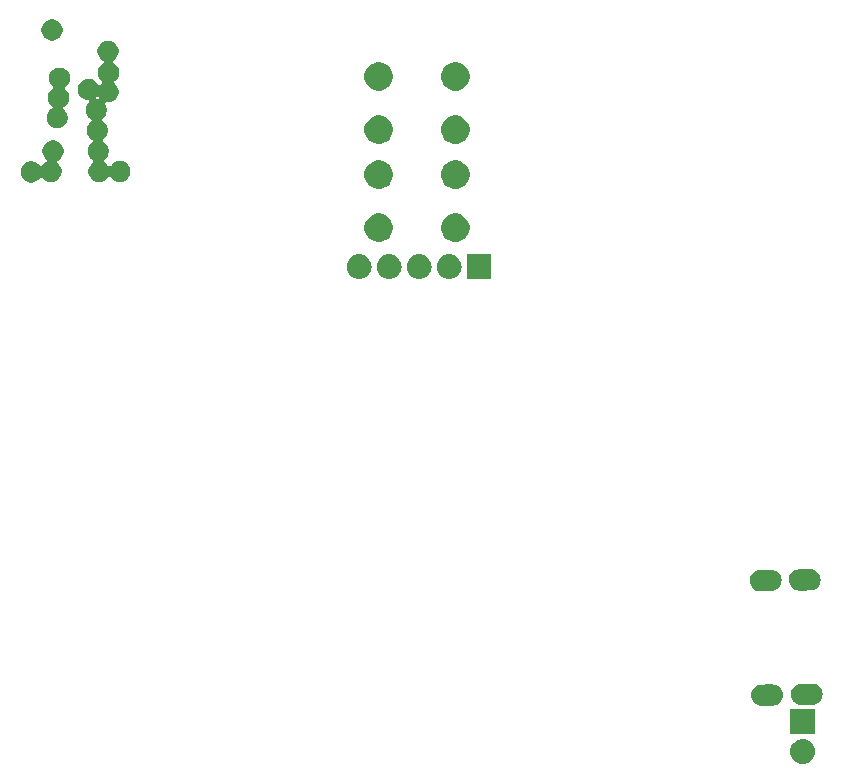
<source format=gbs>
G04 #@! TF.GenerationSoftware,KiCad,Pcbnew,5.0.1+dfsg1-3*
G04 #@! TF.CreationDate,2018-12-09T22:02:06+08:00*
G04 #@! TF.ProjectId,magicbrush,6D6167696362727573682E6B69636164,rev?*
G04 #@! TF.SameCoordinates,Original*
G04 #@! TF.FileFunction,Soldermask,Bot*
G04 #@! TF.FilePolarity,Negative*
%FSLAX46Y46*%
G04 Gerber Fmt 4.6, Leading zero omitted, Abs format (unit mm)*
G04 Created by KiCad (PCBNEW 5.0.1+dfsg1-3) date Sun 09 Dec 2018 10:02:06 PM CST*
%MOMM*%
%LPD*%
G01*
G04 APERTURE LIST*
%ADD10C,0.100000*%
G04 APERTURE END LIST*
D10*
G36*
X175628707Y-126697596D02*
X175705836Y-126705193D01*
X175837787Y-126745220D01*
X175903763Y-126765233D01*
X176086172Y-126862733D01*
X176246054Y-126993946D01*
X176377267Y-127153828D01*
X176474767Y-127336237D01*
X176474767Y-127336238D01*
X176534807Y-127534164D01*
X176555080Y-127740000D01*
X176534807Y-127945836D01*
X176494780Y-128077787D01*
X176474767Y-128143763D01*
X176377267Y-128326172D01*
X176246054Y-128486054D01*
X176086172Y-128617267D01*
X175903763Y-128714767D01*
X175837787Y-128734780D01*
X175705836Y-128774807D01*
X175628707Y-128782403D01*
X175551580Y-128790000D01*
X175448420Y-128790000D01*
X175371293Y-128782403D01*
X175294164Y-128774807D01*
X175162213Y-128734780D01*
X175096237Y-128714767D01*
X174913828Y-128617267D01*
X174753946Y-128486054D01*
X174622733Y-128326172D01*
X174525233Y-128143763D01*
X174505220Y-128077787D01*
X174465193Y-127945836D01*
X174444920Y-127740000D01*
X174465193Y-127534164D01*
X174525233Y-127336238D01*
X174525233Y-127336237D01*
X174622733Y-127153828D01*
X174753946Y-126993946D01*
X174913828Y-126862733D01*
X175096237Y-126765233D01*
X175162213Y-126745220D01*
X175294164Y-126705193D01*
X175371293Y-126697596D01*
X175448420Y-126690000D01*
X175551580Y-126690000D01*
X175628707Y-126697596D01*
X175628707Y-126697596D01*
G37*
G36*
X176550000Y-126250000D02*
X174450000Y-126250000D01*
X174450000Y-124150000D01*
X176550000Y-124150000D01*
X176550000Y-126250000D01*
X176550000Y-126250000D01*
G37*
G36*
X173095739Y-122079409D02*
X173158400Y-122097229D01*
X173266264Y-122127904D01*
X173266265Y-122127904D01*
X173266267Y-122127905D01*
X173424052Y-122208734D01*
X173563034Y-122318792D01*
X173677879Y-122453852D01*
X173764164Y-122608718D01*
X173818583Y-122777450D01*
X173839035Y-122953545D01*
X173824741Y-123130251D01*
X173776245Y-123300780D01*
X173695416Y-123458564D01*
X173585358Y-123597546D01*
X173450298Y-123712391D01*
X173295432Y-123798676D01*
X173126700Y-123853095D01*
X172994734Y-123868422D01*
X172365833Y-123879400D01*
X172006465Y-123885673D01*
X172006461Y-123885673D01*
X171874037Y-123874961D01*
X171703508Y-123826465D01*
X171545724Y-123745636D01*
X171406742Y-123635578D01*
X171291897Y-123500518D01*
X171205612Y-123345652D01*
X171151193Y-123176920D01*
X171130741Y-123000825D01*
X171145035Y-122824119D01*
X171193531Y-122653590D01*
X171274360Y-122495806D01*
X171384418Y-122356824D01*
X171519478Y-122241979D01*
X171674344Y-122155694D01*
X171843077Y-122101275D01*
X171975041Y-122085948D01*
X172633890Y-122074447D01*
X172963311Y-122068697D01*
X172963315Y-122068697D01*
X173095739Y-122079409D01*
X173095739Y-122079409D01*
G37*
G36*
X176445229Y-122020944D02*
X176468222Y-122027483D01*
X176615754Y-122069439D01*
X176615755Y-122069439D01*
X176615757Y-122069440D01*
X176773542Y-122150269D01*
X176912524Y-122260327D01*
X177027369Y-122395387D01*
X177113654Y-122550253D01*
X177168073Y-122718985D01*
X177188525Y-122895080D01*
X177174231Y-123071786D01*
X177125735Y-123242315D01*
X177044906Y-123400099D01*
X176934848Y-123539081D01*
X176799788Y-123653926D01*
X176644922Y-123740211D01*
X176476190Y-123794630D01*
X176344224Y-123809957D01*
X175715323Y-123820935D01*
X175355955Y-123827208D01*
X175355951Y-123827208D01*
X175223527Y-123816496D01*
X175052998Y-123768000D01*
X174895214Y-123687171D01*
X174756232Y-123577113D01*
X174641387Y-123442053D01*
X174555102Y-123287187D01*
X174500683Y-123118455D01*
X174480231Y-122942360D01*
X174494525Y-122765654D01*
X174543021Y-122595125D01*
X174623850Y-122437341D01*
X174733908Y-122298359D01*
X174868968Y-122183514D01*
X175023834Y-122097229D01*
X175192567Y-122042810D01*
X175324531Y-122027483D01*
X175983380Y-122015982D01*
X176312801Y-122010232D01*
X176312805Y-122010232D01*
X176445229Y-122020944D01*
X176445229Y-122020944D01*
G37*
G36*
X172976443Y-112380014D02*
X172999436Y-112386553D01*
X173146968Y-112428509D01*
X173146969Y-112428509D01*
X173146971Y-112428510D01*
X173304756Y-112509339D01*
X173443738Y-112619397D01*
X173558583Y-112754457D01*
X173644868Y-112909323D01*
X173699287Y-113078055D01*
X173719739Y-113254150D01*
X173705445Y-113430856D01*
X173656949Y-113601385D01*
X173576120Y-113759169D01*
X173466062Y-113898151D01*
X173331002Y-114012996D01*
X173176136Y-114099281D01*
X173007404Y-114153700D01*
X172875438Y-114169027D01*
X172246537Y-114180005D01*
X171887169Y-114186278D01*
X171887165Y-114186278D01*
X171754741Y-114175566D01*
X171584212Y-114127070D01*
X171426428Y-114046241D01*
X171287446Y-113936183D01*
X171172601Y-113801123D01*
X171086316Y-113646257D01*
X171031897Y-113477525D01*
X171011445Y-113301430D01*
X171025739Y-113124724D01*
X171074235Y-112954195D01*
X171155064Y-112796411D01*
X171265122Y-112657429D01*
X171400182Y-112542584D01*
X171555048Y-112456299D01*
X171723781Y-112401880D01*
X171855745Y-112386553D01*
X172514594Y-112375052D01*
X172844015Y-112369302D01*
X172844019Y-112369302D01*
X172976443Y-112380014D01*
X172976443Y-112380014D01*
G37*
G36*
X176275940Y-112322421D02*
X176298933Y-112328960D01*
X176446465Y-112370916D01*
X176446466Y-112370916D01*
X176446468Y-112370917D01*
X176604253Y-112451746D01*
X176743235Y-112561804D01*
X176858080Y-112696864D01*
X176944365Y-112851730D01*
X176998784Y-113020462D01*
X177019236Y-113196557D01*
X177004942Y-113373263D01*
X176956446Y-113543792D01*
X176875617Y-113701576D01*
X176765559Y-113840558D01*
X176630499Y-113955403D01*
X176475633Y-114041688D01*
X176306901Y-114096107D01*
X176174935Y-114111434D01*
X175546034Y-114122412D01*
X175186666Y-114128685D01*
X175186662Y-114128685D01*
X175054238Y-114117973D01*
X174883709Y-114069477D01*
X174725925Y-113988648D01*
X174586943Y-113878590D01*
X174472098Y-113743530D01*
X174385813Y-113588664D01*
X174331394Y-113419932D01*
X174310942Y-113243837D01*
X174325236Y-113067131D01*
X174373732Y-112896602D01*
X174454561Y-112738818D01*
X174564619Y-112599836D01*
X174699679Y-112484991D01*
X174854545Y-112398706D01*
X175023278Y-112344287D01*
X175155242Y-112328960D01*
X175814091Y-112317459D01*
X176143512Y-112311709D01*
X176143516Y-112311709D01*
X176275940Y-112322421D01*
X176275940Y-112322421D01*
G37*
G36*
X138068707Y-85657597D02*
X138145836Y-85665193D01*
X138277787Y-85705220D01*
X138343763Y-85725233D01*
X138526172Y-85822733D01*
X138686054Y-85953946D01*
X138817267Y-86113828D01*
X138914767Y-86296237D01*
X138914767Y-86296238D01*
X138974807Y-86494164D01*
X138995080Y-86700000D01*
X138974807Y-86905836D01*
X138934780Y-87037787D01*
X138914767Y-87103763D01*
X138817267Y-87286172D01*
X138686054Y-87446054D01*
X138526172Y-87577267D01*
X138343763Y-87674767D01*
X138277787Y-87694780D01*
X138145836Y-87734807D01*
X138068707Y-87742404D01*
X137991580Y-87750000D01*
X137888420Y-87750000D01*
X137811293Y-87742404D01*
X137734164Y-87734807D01*
X137602213Y-87694780D01*
X137536237Y-87674767D01*
X137353828Y-87577267D01*
X137193946Y-87446054D01*
X137062733Y-87286172D01*
X136965233Y-87103763D01*
X136945220Y-87037787D01*
X136905193Y-86905836D01*
X136884920Y-86700000D01*
X136905193Y-86494164D01*
X136965233Y-86296238D01*
X136965233Y-86296237D01*
X137062733Y-86113828D01*
X137193946Y-85953946D01*
X137353828Y-85822733D01*
X137536237Y-85725233D01*
X137602213Y-85705220D01*
X137734164Y-85665193D01*
X137811293Y-85657597D01*
X137888420Y-85650000D01*
X137991580Y-85650000D01*
X138068707Y-85657597D01*
X138068707Y-85657597D01*
G37*
G36*
X149150000Y-87750000D02*
X147050000Y-87750000D01*
X147050000Y-85650000D01*
X149150000Y-85650000D01*
X149150000Y-87750000D01*
X149150000Y-87750000D01*
G37*
G36*
X145688707Y-85657597D02*
X145765836Y-85665193D01*
X145897787Y-85705220D01*
X145963763Y-85725233D01*
X146146172Y-85822733D01*
X146306054Y-85953946D01*
X146437267Y-86113828D01*
X146534767Y-86296237D01*
X146534767Y-86296238D01*
X146594807Y-86494164D01*
X146615080Y-86700000D01*
X146594807Y-86905836D01*
X146554780Y-87037787D01*
X146534767Y-87103763D01*
X146437267Y-87286172D01*
X146306054Y-87446054D01*
X146146172Y-87577267D01*
X145963763Y-87674767D01*
X145897787Y-87694780D01*
X145765836Y-87734807D01*
X145688707Y-87742404D01*
X145611580Y-87750000D01*
X145508420Y-87750000D01*
X145431293Y-87742404D01*
X145354164Y-87734807D01*
X145222213Y-87694780D01*
X145156237Y-87674767D01*
X144973828Y-87577267D01*
X144813946Y-87446054D01*
X144682733Y-87286172D01*
X144585233Y-87103763D01*
X144565220Y-87037787D01*
X144525193Y-86905836D01*
X144504920Y-86700000D01*
X144525193Y-86494164D01*
X144585233Y-86296238D01*
X144585233Y-86296237D01*
X144682733Y-86113828D01*
X144813946Y-85953946D01*
X144973828Y-85822733D01*
X145156237Y-85725233D01*
X145222213Y-85705220D01*
X145354164Y-85665193D01*
X145431293Y-85657597D01*
X145508420Y-85650000D01*
X145611580Y-85650000D01*
X145688707Y-85657597D01*
X145688707Y-85657597D01*
G37*
G36*
X140608707Y-85657597D02*
X140685836Y-85665193D01*
X140817787Y-85705220D01*
X140883763Y-85725233D01*
X141066172Y-85822733D01*
X141226054Y-85953946D01*
X141357267Y-86113828D01*
X141454767Y-86296237D01*
X141454767Y-86296238D01*
X141514807Y-86494164D01*
X141535080Y-86700000D01*
X141514807Y-86905836D01*
X141474780Y-87037787D01*
X141454767Y-87103763D01*
X141357267Y-87286172D01*
X141226054Y-87446054D01*
X141066172Y-87577267D01*
X140883763Y-87674767D01*
X140817787Y-87694780D01*
X140685836Y-87734807D01*
X140608707Y-87742404D01*
X140531580Y-87750000D01*
X140428420Y-87750000D01*
X140351293Y-87742404D01*
X140274164Y-87734807D01*
X140142213Y-87694780D01*
X140076237Y-87674767D01*
X139893828Y-87577267D01*
X139733946Y-87446054D01*
X139602733Y-87286172D01*
X139505233Y-87103763D01*
X139485220Y-87037787D01*
X139445193Y-86905836D01*
X139424920Y-86700000D01*
X139445193Y-86494164D01*
X139505233Y-86296238D01*
X139505233Y-86296237D01*
X139602733Y-86113828D01*
X139733946Y-85953946D01*
X139893828Y-85822733D01*
X140076237Y-85725233D01*
X140142213Y-85705220D01*
X140274164Y-85665193D01*
X140351293Y-85657597D01*
X140428420Y-85650000D01*
X140531580Y-85650000D01*
X140608707Y-85657597D01*
X140608707Y-85657597D01*
G37*
G36*
X143148707Y-85657597D02*
X143225836Y-85665193D01*
X143357787Y-85705220D01*
X143423763Y-85725233D01*
X143606172Y-85822733D01*
X143766054Y-85953946D01*
X143897267Y-86113828D01*
X143994767Y-86296237D01*
X143994767Y-86296238D01*
X144054807Y-86494164D01*
X144075080Y-86700000D01*
X144054807Y-86905836D01*
X144014780Y-87037787D01*
X143994767Y-87103763D01*
X143897267Y-87286172D01*
X143766054Y-87446054D01*
X143606172Y-87577267D01*
X143423763Y-87674767D01*
X143357787Y-87694780D01*
X143225836Y-87734807D01*
X143148707Y-87742404D01*
X143071580Y-87750000D01*
X142968420Y-87750000D01*
X142891293Y-87742404D01*
X142814164Y-87734807D01*
X142682213Y-87694780D01*
X142616237Y-87674767D01*
X142433828Y-87577267D01*
X142273946Y-87446054D01*
X142142733Y-87286172D01*
X142045233Y-87103763D01*
X142025220Y-87037787D01*
X141985193Y-86905836D01*
X141964920Y-86700000D01*
X141985193Y-86494164D01*
X142045233Y-86296238D01*
X142045233Y-86296237D01*
X142142733Y-86113828D01*
X142273946Y-85953946D01*
X142433828Y-85822733D01*
X142616237Y-85725233D01*
X142682213Y-85705220D01*
X142814164Y-85665193D01*
X142891293Y-85657597D01*
X142968420Y-85650000D01*
X143071580Y-85650000D01*
X143148707Y-85657597D01*
X143148707Y-85657597D01*
G37*
G36*
X146450026Y-82246115D02*
X146668412Y-82336573D01*
X146864958Y-82467901D01*
X147032099Y-82635042D01*
X147163427Y-82831588D01*
X147253885Y-83049974D01*
X147300000Y-83281809D01*
X147300000Y-83518191D01*
X147253885Y-83750026D01*
X147163427Y-83968412D01*
X147032099Y-84164958D01*
X146864958Y-84332099D01*
X146668412Y-84463427D01*
X146450026Y-84553885D01*
X146218191Y-84600000D01*
X145981809Y-84600000D01*
X145749974Y-84553885D01*
X145531588Y-84463427D01*
X145335042Y-84332099D01*
X145167901Y-84164958D01*
X145036573Y-83968412D01*
X144946115Y-83750026D01*
X144900000Y-83518191D01*
X144900000Y-83281809D01*
X144946115Y-83049974D01*
X145036573Y-82831588D01*
X145167901Y-82635042D01*
X145335042Y-82467901D01*
X145531588Y-82336573D01*
X145749974Y-82246115D01*
X145981809Y-82200000D01*
X146218191Y-82200000D01*
X146450026Y-82246115D01*
X146450026Y-82246115D01*
G37*
G36*
X139950026Y-82246115D02*
X140168412Y-82336573D01*
X140364958Y-82467901D01*
X140532099Y-82635042D01*
X140663427Y-82831588D01*
X140753885Y-83049974D01*
X140800000Y-83281809D01*
X140800000Y-83518191D01*
X140753885Y-83750026D01*
X140663427Y-83968412D01*
X140532099Y-84164958D01*
X140364958Y-84332099D01*
X140168412Y-84463427D01*
X139950026Y-84553885D01*
X139718191Y-84600000D01*
X139481809Y-84600000D01*
X139249974Y-84553885D01*
X139031588Y-84463427D01*
X138835042Y-84332099D01*
X138667901Y-84164958D01*
X138536573Y-83968412D01*
X138446115Y-83750026D01*
X138400000Y-83518191D01*
X138400000Y-83281809D01*
X138446115Y-83049974D01*
X138536573Y-82831588D01*
X138667901Y-82635042D01*
X138835042Y-82467901D01*
X139031588Y-82336573D01*
X139249974Y-82246115D01*
X139481809Y-82200000D01*
X139718191Y-82200000D01*
X139950026Y-82246115D01*
X139950026Y-82246115D01*
G37*
G36*
X146450026Y-77746115D02*
X146668412Y-77836573D01*
X146864958Y-77967901D01*
X147032099Y-78135042D01*
X147163427Y-78331588D01*
X147253885Y-78549974D01*
X147300000Y-78781809D01*
X147300000Y-79018191D01*
X147253885Y-79250026D01*
X147163427Y-79468412D01*
X147032099Y-79664958D01*
X146864958Y-79832099D01*
X146668412Y-79963427D01*
X146450026Y-80053885D01*
X146218191Y-80100000D01*
X145981809Y-80100000D01*
X145749974Y-80053885D01*
X145531588Y-79963427D01*
X145335042Y-79832099D01*
X145167901Y-79664958D01*
X145036573Y-79468412D01*
X144946115Y-79250026D01*
X144900000Y-79018191D01*
X144900000Y-78781809D01*
X144946115Y-78549974D01*
X145036573Y-78331588D01*
X145167901Y-78135042D01*
X145335042Y-77967901D01*
X145531588Y-77836573D01*
X145749974Y-77746115D01*
X145981809Y-77700000D01*
X146218191Y-77700000D01*
X146450026Y-77746115D01*
X146450026Y-77746115D01*
G37*
G36*
X139950026Y-77746115D02*
X140168412Y-77836573D01*
X140364958Y-77967901D01*
X140532099Y-78135042D01*
X140663427Y-78331588D01*
X140753885Y-78549974D01*
X140800000Y-78781809D01*
X140800000Y-79018191D01*
X140753885Y-79250026D01*
X140663427Y-79468412D01*
X140532099Y-79664958D01*
X140364958Y-79832099D01*
X140168412Y-79963427D01*
X139950026Y-80053885D01*
X139718191Y-80100000D01*
X139481809Y-80100000D01*
X139249974Y-80053885D01*
X139031588Y-79963427D01*
X138835042Y-79832099D01*
X138667901Y-79664958D01*
X138536573Y-79468412D01*
X138446115Y-79250026D01*
X138400000Y-79018191D01*
X138400000Y-78781809D01*
X138446115Y-78549974D01*
X138536573Y-78331588D01*
X138667901Y-78135042D01*
X138835042Y-77967901D01*
X139031588Y-77836573D01*
X139249974Y-77746115D01*
X139481809Y-77700000D01*
X139718191Y-77700000D01*
X139950026Y-77746115D01*
X139950026Y-77746115D01*
G37*
G36*
X112282521Y-76054586D02*
X112446309Y-76122429D01*
X112593720Y-76220926D01*
X112719074Y-76346280D01*
X112817571Y-76493691D01*
X112885414Y-76657479D01*
X112920000Y-76831356D01*
X112920000Y-77008644D01*
X112885414Y-77182521D01*
X112817571Y-77346309D01*
X112719074Y-77493720D01*
X112593720Y-77619074D01*
X112444573Y-77718731D01*
X112426635Y-77728319D01*
X112407692Y-77743863D01*
X112392146Y-77762805D01*
X112380594Y-77784415D01*
X112373480Y-77807864D01*
X112371077Y-77832250D01*
X112373478Y-77856637D01*
X112380590Y-77880086D01*
X112392141Y-77901697D01*
X112407685Y-77920640D01*
X112426630Y-77936188D01*
X112433718Y-77940924D01*
X112559074Y-78066280D01*
X112657571Y-78213691D01*
X112725414Y-78377479D01*
X112760000Y-78551356D01*
X112760000Y-78728644D01*
X112725414Y-78902521D01*
X112657571Y-79066309D01*
X112559074Y-79213720D01*
X112433720Y-79339074D01*
X112286309Y-79437571D01*
X112122521Y-79505414D01*
X111948644Y-79540000D01*
X111771356Y-79540000D01*
X111597479Y-79505414D01*
X111433691Y-79437571D01*
X111286280Y-79339074D01*
X111160926Y-79213720D01*
X111142298Y-79185841D01*
X111126753Y-79166899D01*
X111107811Y-79151354D01*
X111086200Y-79139802D01*
X111062751Y-79132689D01*
X111038365Y-79130287D01*
X111013978Y-79132689D01*
X110990529Y-79139802D01*
X110968918Y-79151353D01*
X110949976Y-79166898D01*
X110934431Y-79185840D01*
X110889076Y-79253718D01*
X110763720Y-79379074D01*
X110616309Y-79477571D01*
X110452521Y-79545414D01*
X110278644Y-79580000D01*
X110101356Y-79580000D01*
X109927479Y-79545414D01*
X109763691Y-79477571D01*
X109616280Y-79379074D01*
X109490926Y-79253720D01*
X109392429Y-79106309D01*
X109324586Y-78942521D01*
X109290000Y-78768644D01*
X109290000Y-78591356D01*
X109324586Y-78417479D01*
X109392429Y-78253691D01*
X109490926Y-78106280D01*
X109616280Y-77980926D01*
X109763691Y-77882429D01*
X109927479Y-77814586D01*
X110101356Y-77780000D01*
X110278644Y-77780000D01*
X110452521Y-77814586D01*
X110616309Y-77882429D01*
X110763720Y-77980926D01*
X110889074Y-78106280D01*
X110907702Y-78134159D01*
X110923247Y-78153101D01*
X110942189Y-78168646D01*
X110963800Y-78180198D01*
X110987249Y-78187311D01*
X111011635Y-78189713D01*
X111036022Y-78187311D01*
X111059471Y-78180198D01*
X111081082Y-78168647D01*
X111100024Y-78153102D01*
X111115569Y-78134160D01*
X111160924Y-78066282D01*
X111286280Y-77940926D01*
X111435427Y-77841269D01*
X111453365Y-77831681D01*
X111472308Y-77816137D01*
X111487854Y-77797195D01*
X111499406Y-77775585D01*
X111506520Y-77752136D01*
X111508923Y-77727750D01*
X111506522Y-77703363D01*
X111499410Y-77679914D01*
X111487859Y-77658303D01*
X111472315Y-77639360D01*
X111453370Y-77623812D01*
X111446282Y-77619076D01*
X111320926Y-77493720D01*
X111222429Y-77346309D01*
X111154586Y-77182521D01*
X111120000Y-77008644D01*
X111120000Y-76831356D01*
X111154586Y-76657479D01*
X111222429Y-76493691D01*
X111320926Y-76346280D01*
X111446280Y-76220926D01*
X111593691Y-76122429D01*
X111757479Y-76054586D01*
X111931356Y-76020000D01*
X112108644Y-76020000D01*
X112282521Y-76054586D01*
X112282521Y-76054586D01*
G37*
G36*
X116952521Y-67604586D02*
X117116309Y-67672429D01*
X117263720Y-67770926D01*
X117389074Y-67896280D01*
X117487571Y-68043691D01*
X117555414Y-68207479D01*
X117590000Y-68381356D01*
X117590000Y-68558644D01*
X117555414Y-68732521D01*
X117487571Y-68896309D01*
X117389074Y-69043720D01*
X117263720Y-69169074D01*
X117146038Y-69247707D01*
X117127096Y-69263253D01*
X117111550Y-69282195D01*
X117099999Y-69303806D01*
X117092886Y-69327255D01*
X117090484Y-69351641D01*
X117092886Y-69376027D01*
X117099999Y-69399477D01*
X117111550Y-69421087D01*
X117127096Y-69440029D01*
X117146038Y-69455575D01*
X117146106Y-69455612D01*
X117303720Y-69560926D01*
X117429074Y-69686280D01*
X117527571Y-69833691D01*
X117595414Y-69997479D01*
X117630000Y-70171356D01*
X117630000Y-70348644D01*
X117595414Y-70522521D01*
X117527571Y-70686309D01*
X117429074Y-70833720D01*
X117303718Y-70959076D01*
X117258289Y-70989431D01*
X117239347Y-71004976D01*
X117223802Y-71023918D01*
X117212251Y-71045529D01*
X117205138Y-71068978D01*
X117202736Y-71093365D01*
X117205138Y-71117751D01*
X117212251Y-71141200D01*
X117223803Y-71162811D01*
X117239348Y-71181753D01*
X117258288Y-71197296D01*
X117263717Y-71200924D01*
X117263721Y-71200927D01*
X117389074Y-71326280D01*
X117487571Y-71473691D01*
X117555414Y-71637479D01*
X117590000Y-71811356D01*
X117590000Y-71988644D01*
X117555414Y-72162521D01*
X117487571Y-72326309D01*
X117389074Y-72473720D01*
X117263720Y-72599074D01*
X117116309Y-72697571D01*
X116952521Y-72765414D01*
X116778644Y-72800000D01*
X116601358Y-72800000D01*
X116593728Y-72798482D01*
X116569349Y-72796081D01*
X116544962Y-72798482D01*
X116521513Y-72805595D01*
X116499902Y-72817146D01*
X116480959Y-72832691D01*
X116465414Y-72851633D01*
X116453862Y-72873243D01*
X116446748Y-72896692D01*
X116444346Y-72921078D01*
X116446747Y-72945465D01*
X116453860Y-72968914D01*
X116465412Y-72990527D01*
X116487571Y-73023690D01*
X116555414Y-73187479D01*
X116590000Y-73361356D01*
X116590000Y-73538644D01*
X116555414Y-73712521D01*
X116487571Y-73876309D01*
X116389074Y-74023720D01*
X116263718Y-74149076D01*
X116218425Y-74179340D01*
X116199483Y-74194885D01*
X116183938Y-74213827D01*
X116172387Y-74235438D01*
X116165274Y-74258887D01*
X116162872Y-74283274D01*
X116165274Y-74307660D01*
X116172387Y-74331109D01*
X116183939Y-74352720D01*
X116199484Y-74371662D01*
X116218426Y-74387207D01*
X116343720Y-74470926D01*
X116469074Y-74596280D01*
X116567571Y-74743691D01*
X116635414Y-74907479D01*
X116670000Y-75081356D01*
X116670000Y-75258644D01*
X116635414Y-75432521D01*
X116567571Y-75596309D01*
X116469074Y-75743720D01*
X116343718Y-75869076D01*
X116275976Y-75914340D01*
X116257034Y-75929885D01*
X116241489Y-75948827D01*
X116229938Y-75970438D01*
X116222825Y-75993887D01*
X116220423Y-76018273D01*
X116222825Y-76042660D01*
X116229938Y-76066109D01*
X116241490Y-76087720D01*
X116257035Y-76106662D01*
X116275977Y-76122207D01*
X116423720Y-76220926D01*
X116549074Y-76346280D01*
X116647571Y-76493691D01*
X116715414Y-76657479D01*
X116750000Y-76831356D01*
X116750000Y-77008644D01*
X116715414Y-77182521D01*
X116647571Y-77346309D01*
X116549074Y-77493720D01*
X116423718Y-77619076D01*
X116378425Y-77649340D01*
X116359483Y-77664885D01*
X116343938Y-77683827D01*
X116332387Y-77705438D01*
X116325274Y-77728887D01*
X116322872Y-77753274D01*
X116325274Y-77777660D01*
X116332387Y-77801109D01*
X116343939Y-77822720D01*
X116359484Y-77841662D01*
X116378426Y-77857207D01*
X116503720Y-77940926D01*
X116629074Y-78066280D01*
X116701066Y-78174023D01*
X116716612Y-78192965D01*
X116735554Y-78208511D01*
X116757165Y-78220062D01*
X116780614Y-78227175D01*
X116805000Y-78229577D01*
X116829386Y-78227175D01*
X116852836Y-78220062D01*
X116874446Y-78208511D01*
X116893388Y-78192965D01*
X116908934Y-78174023D01*
X116980926Y-78066280D01*
X117106280Y-77940926D01*
X117253691Y-77842429D01*
X117417479Y-77774586D01*
X117591356Y-77740000D01*
X117768644Y-77740000D01*
X117942521Y-77774586D01*
X118106309Y-77842429D01*
X118253720Y-77940926D01*
X118379074Y-78066280D01*
X118477571Y-78213691D01*
X118545414Y-78377479D01*
X118580000Y-78551356D01*
X118580000Y-78728644D01*
X118545414Y-78902521D01*
X118477571Y-79066309D01*
X118379074Y-79213720D01*
X118253720Y-79339074D01*
X118106309Y-79437571D01*
X117942521Y-79505414D01*
X117768644Y-79540000D01*
X117591356Y-79540000D01*
X117417479Y-79505414D01*
X117253691Y-79437571D01*
X117106280Y-79339074D01*
X116980926Y-79213720D01*
X116908934Y-79105977D01*
X116893388Y-79087035D01*
X116874446Y-79071489D01*
X116852835Y-79059938D01*
X116829386Y-79052825D01*
X116805000Y-79050423D01*
X116780614Y-79052825D01*
X116757164Y-79059938D01*
X116735554Y-79071489D01*
X116716612Y-79087035D01*
X116701066Y-79105977D01*
X116629074Y-79213720D01*
X116503720Y-79339074D01*
X116356309Y-79437571D01*
X116192521Y-79505414D01*
X116018644Y-79540000D01*
X115841356Y-79540000D01*
X115667479Y-79505414D01*
X115503691Y-79437571D01*
X115356280Y-79339074D01*
X115230926Y-79213720D01*
X115132429Y-79066309D01*
X115064586Y-78902521D01*
X115030000Y-78728644D01*
X115030000Y-78551356D01*
X115064586Y-78377479D01*
X115132429Y-78213691D01*
X115230926Y-78066280D01*
X115356282Y-77940924D01*
X115401575Y-77910660D01*
X115420517Y-77895115D01*
X115436062Y-77876173D01*
X115447613Y-77854562D01*
X115454726Y-77831113D01*
X115457128Y-77806726D01*
X115454726Y-77782340D01*
X115447613Y-77758891D01*
X115436061Y-77737280D01*
X115420516Y-77718338D01*
X115401574Y-77702793D01*
X115276280Y-77619074D01*
X115150926Y-77493720D01*
X115052429Y-77346309D01*
X114984586Y-77182521D01*
X114950000Y-77008644D01*
X114950000Y-76831356D01*
X114984586Y-76657479D01*
X115052429Y-76493691D01*
X115150926Y-76346280D01*
X115276282Y-76220924D01*
X115344024Y-76175660D01*
X115362966Y-76160115D01*
X115378511Y-76141173D01*
X115390062Y-76119562D01*
X115397175Y-76096113D01*
X115399577Y-76071727D01*
X115397175Y-76047340D01*
X115390062Y-76023891D01*
X115378510Y-76002280D01*
X115362965Y-75983338D01*
X115344023Y-75967793D01*
X115196280Y-75869074D01*
X115070926Y-75743720D01*
X114972429Y-75596309D01*
X114904586Y-75432521D01*
X114870000Y-75258644D01*
X114870000Y-75081356D01*
X114904586Y-74907479D01*
X114972429Y-74743691D01*
X115070926Y-74596280D01*
X115196282Y-74470924D01*
X115241575Y-74440660D01*
X115260517Y-74425115D01*
X115276062Y-74406173D01*
X115287613Y-74384562D01*
X115294726Y-74361113D01*
X115297128Y-74336726D01*
X115294726Y-74312340D01*
X115287613Y-74288891D01*
X115276061Y-74267280D01*
X115260516Y-74248338D01*
X115241574Y-74232793D01*
X115116280Y-74149074D01*
X114990926Y-74023720D01*
X114892429Y-73876309D01*
X114824586Y-73712521D01*
X114790000Y-73538644D01*
X114790000Y-73361356D01*
X114824586Y-73187479D01*
X114892429Y-73023691D01*
X114990926Y-72876280D01*
X115053818Y-72813388D01*
X115069364Y-72794446D01*
X115080915Y-72772835D01*
X115088028Y-72749386D01*
X115090430Y-72725000D01*
X115088028Y-72700614D01*
X115080915Y-72677165D01*
X115069364Y-72655554D01*
X115053818Y-72636612D01*
X115034876Y-72621066D01*
X115013265Y-72609515D01*
X114989816Y-72602402D01*
X114965430Y-72600000D01*
X114961356Y-72600000D01*
X114787479Y-72565414D01*
X114623691Y-72497571D01*
X114515081Y-72425000D01*
X115649570Y-72425000D01*
X115651972Y-72449386D01*
X115659085Y-72472835D01*
X115670636Y-72494446D01*
X115686182Y-72513388D01*
X115705124Y-72528934D01*
X115726735Y-72540485D01*
X115750184Y-72547598D01*
X115774570Y-72550000D01*
X115778642Y-72550000D01*
X115786272Y-72551518D01*
X115810651Y-72553919D01*
X115835038Y-72551518D01*
X115858487Y-72544405D01*
X115880098Y-72532854D01*
X115899041Y-72517309D01*
X115914586Y-72498367D01*
X115926138Y-72476757D01*
X115933252Y-72453308D01*
X115935654Y-72428922D01*
X115933253Y-72404535D01*
X115926140Y-72381086D01*
X115914588Y-72359472D01*
X115898565Y-72335492D01*
X115883019Y-72316550D01*
X115864077Y-72301005D01*
X115842466Y-72289454D01*
X115819017Y-72282341D01*
X115794631Y-72279939D01*
X115770244Y-72282341D01*
X115746795Y-72289454D01*
X115725184Y-72301005D01*
X115706243Y-72316551D01*
X115686182Y-72336612D01*
X115670636Y-72355554D01*
X115659085Y-72377165D01*
X115651972Y-72400614D01*
X115649570Y-72425000D01*
X114515081Y-72425000D01*
X114476280Y-72399074D01*
X114350926Y-72273720D01*
X114252429Y-72126309D01*
X114184586Y-71962521D01*
X114150000Y-71788644D01*
X114150000Y-71611356D01*
X114184586Y-71437479D01*
X114252429Y-71273691D01*
X114350926Y-71126280D01*
X114476280Y-71000926D01*
X114623691Y-70902429D01*
X114787479Y-70834586D01*
X114961356Y-70800000D01*
X115138644Y-70800000D01*
X115312521Y-70834586D01*
X115476309Y-70902429D01*
X115623720Y-71000926D01*
X115749073Y-71126279D01*
X115749075Y-71126282D01*
X115749076Y-71126283D01*
X115777226Y-71168413D01*
X115841435Y-71264508D01*
X115856981Y-71283450D01*
X115875923Y-71298995D01*
X115897534Y-71310546D01*
X115920983Y-71317659D01*
X115945369Y-71320061D01*
X115969756Y-71317659D01*
X115993205Y-71310546D01*
X116014816Y-71298995D01*
X116033757Y-71283449D01*
X116116282Y-71200924D01*
X116161711Y-71170569D01*
X116180653Y-71155024D01*
X116196198Y-71136082D01*
X116207749Y-71114471D01*
X116214862Y-71091022D01*
X116217264Y-71066635D01*
X116214862Y-71042249D01*
X116207749Y-71018800D01*
X116196197Y-70997189D01*
X116180652Y-70978247D01*
X116161712Y-70962704D01*
X116156283Y-70959076D01*
X116156282Y-70959075D01*
X116156279Y-70959073D01*
X116030926Y-70833720D01*
X115932429Y-70686309D01*
X115864586Y-70522521D01*
X115830000Y-70348644D01*
X115830000Y-70171356D01*
X115864586Y-69997479D01*
X115932429Y-69833691D01*
X116030926Y-69686280D01*
X116156280Y-69560926D01*
X116273962Y-69482293D01*
X116292904Y-69466747D01*
X116308450Y-69447805D01*
X116320001Y-69426194D01*
X116327114Y-69402745D01*
X116329516Y-69378359D01*
X116327114Y-69353973D01*
X116320001Y-69330523D01*
X116308450Y-69308913D01*
X116292904Y-69289971D01*
X116273962Y-69274425D01*
X116273894Y-69274388D01*
X116116280Y-69169074D01*
X115990926Y-69043720D01*
X115892429Y-68896309D01*
X115824586Y-68732521D01*
X115790000Y-68558644D01*
X115790000Y-68381356D01*
X115824586Y-68207479D01*
X115892429Y-68043691D01*
X115990926Y-67896280D01*
X116116280Y-67770926D01*
X116263691Y-67672429D01*
X116427479Y-67604586D01*
X116601356Y-67570000D01*
X116778644Y-67570000D01*
X116952521Y-67604586D01*
X116952521Y-67604586D01*
G37*
G36*
X146450026Y-73946115D02*
X146668412Y-74036573D01*
X146864958Y-74167901D01*
X147032099Y-74335042D01*
X147163427Y-74531588D01*
X147253885Y-74749974D01*
X147300000Y-74981809D01*
X147300000Y-75218191D01*
X147253885Y-75450026D01*
X147163427Y-75668412D01*
X147032099Y-75864958D01*
X146864958Y-76032099D01*
X146668412Y-76163427D01*
X146450026Y-76253885D01*
X146218191Y-76300000D01*
X145981809Y-76300000D01*
X145749974Y-76253885D01*
X145531588Y-76163427D01*
X145335042Y-76032099D01*
X145167901Y-75864958D01*
X145036573Y-75668412D01*
X144946115Y-75450026D01*
X144900000Y-75218191D01*
X144900000Y-74981809D01*
X144946115Y-74749974D01*
X145036573Y-74531588D01*
X145167901Y-74335042D01*
X145335042Y-74167901D01*
X145531588Y-74036573D01*
X145749974Y-73946115D01*
X145981809Y-73900000D01*
X146218191Y-73900000D01*
X146450026Y-73946115D01*
X146450026Y-73946115D01*
G37*
G36*
X139950026Y-73946115D02*
X140168412Y-74036573D01*
X140364958Y-74167901D01*
X140532099Y-74335042D01*
X140663427Y-74531588D01*
X140753885Y-74749974D01*
X140800000Y-74981809D01*
X140800000Y-75218191D01*
X140753885Y-75450026D01*
X140663427Y-75668412D01*
X140532099Y-75864958D01*
X140364958Y-76032099D01*
X140168412Y-76163427D01*
X139950026Y-76253885D01*
X139718191Y-76300000D01*
X139481809Y-76300000D01*
X139249974Y-76253885D01*
X139031588Y-76163427D01*
X138835042Y-76032099D01*
X138667901Y-75864958D01*
X138536573Y-75668412D01*
X138446115Y-75450026D01*
X138400000Y-75218191D01*
X138400000Y-74981809D01*
X138446115Y-74749974D01*
X138536573Y-74531588D01*
X138667901Y-74335042D01*
X138835042Y-74167901D01*
X139031588Y-74036573D01*
X139249974Y-73946115D01*
X139481809Y-73900000D01*
X139718191Y-73900000D01*
X139950026Y-73946115D01*
X139950026Y-73946115D01*
G37*
G36*
X112842521Y-69874586D02*
X113006309Y-69942429D01*
X113153720Y-70040926D01*
X113279074Y-70166280D01*
X113377571Y-70313691D01*
X113445414Y-70477479D01*
X113480000Y-70651356D01*
X113480000Y-70828644D01*
X113445414Y-71002521D01*
X113377571Y-71166309D01*
X113279074Y-71313720D01*
X113153720Y-71439074D01*
X113153717Y-71439076D01*
X113087424Y-71483372D01*
X113068485Y-71498914D01*
X113052940Y-71517856D01*
X113041388Y-71539467D01*
X113034275Y-71562916D01*
X113031873Y-71587302D01*
X113034275Y-71611689D01*
X113041388Y-71635138D01*
X113052939Y-71656749D01*
X113068485Y-71675691D01*
X113199074Y-71806280D01*
X113297571Y-71953691D01*
X113365414Y-72117479D01*
X113400000Y-72291356D01*
X113400000Y-72468644D01*
X113365414Y-72642521D01*
X113297571Y-72806309D01*
X113199074Y-72953720D01*
X113073721Y-73079073D01*
X113073718Y-73079075D01*
X113073717Y-73079076D01*
X113032644Y-73106520D01*
X112935908Y-73171157D01*
X112916966Y-73186703D01*
X112901421Y-73205645D01*
X112889870Y-73227256D01*
X112882757Y-73250705D01*
X112880355Y-73275091D01*
X112882757Y-73299478D01*
X112889870Y-73322927D01*
X112901421Y-73344538D01*
X112916967Y-73363480D01*
X112935909Y-73379025D01*
X112953720Y-73390926D01*
X113079074Y-73516280D01*
X113177571Y-73663691D01*
X113245414Y-73827479D01*
X113280000Y-74001356D01*
X113280000Y-74178644D01*
X113245414Y-74352521D01*
X113177571Y-74516309D01*
X113079074Y-74663720D01*
X112953720Y-74789074D01*
X112806309Y-74887571D01*
X112642521Y-74955414D01*
X112468644Y-74990000D01*
X112291356Y-74990000D01*
X112117479Y-74955414D01*
X111953691Y-74887571D01*
X111806280Y-74789074D01*
X111680926Y-74663720D01*
X111582429Y-74516309D01*
X111514586Y-74352521D01*
X111480000Y-74178644D01*
X111480000Y-74001356D01*
X111514586Y-73827479D01*
X111582429Y-73663691D01*
X111680926Y-73516280D01*
X111806279Y-73390927D01*
X111824092Y-73379025D01*
X111944092Y-73298843D01*
X111963034Y-73283297D01*
X111978579Y-73264355D01*
X111990130Y-73242744D01*
X111997243Y-73219295D01*
X111999645Y-73194909D01*
X111997243Y-73170522D01*
X111990130Y-73147073D01*
X111978579Y-73125462D01*
X111963033Y-73106520D01*
X111944091Y-73090975D01*
X111926280Y-73079074D01*
X111800926Y-72953720D01*
X111702429Y-72806309D01*
X111634586Y-72642521D01*
X111600000Y-72468644D01*
X111600000Y-72291356D01*
X111634586Y-72117479D01*
X111702429Y-71953691D01*
X111800926Y-71806280D01*
X111926280Y-71680926D01*
X111962464Y-71656749D01*
X111992576Y-71636628D01*
X112011515Y-71621086D01*
X112027060Y-71602144D01*
X112038612Y-71580533D01*
X112045725Y-71557084D01*
X112048127Y-71532698D01*
X112045725Y-71508311D01*
X112038612Y-71484862D01*
X112027061Y-71463251D01*
X112011515Y-71444309D01*
X111880926Y-71313720D01*
X111782429Y-71166309D01*
X111714586Y-71002521D01*
X111680000Y-70828644D01*
X111680000Y-70651356D01*
X111714586Y-70477479D01*
X111782429Y-70313691D01*
X111880926Y-70166280D01*
X112006280Y-70040926D01*
X112153691Y-69942429D01*
X112317479Y-69874586D01*
X112491356Y-69840000D01*
X112668644Y-69840000D01*
X112842521Y-69874586D01*
X112842521Y-69874586D01*
G37*
G36*
X146450026Y-69446115D02*
X146668412Y-69536573D01*
X146864958Y-69667901D01*
X147032099Y-69835042D01*
X147163427Y-70031588D01*
X147253885Y-70249974D01*
X147300000Y-70481809D01*
X147300000Y-70718191D01*
X147253885Y-70950026D01*
X147163427Y-71168412D01*
X147032099Y-71364958D01*
X146864958Y-71532099D01*
X146668412Y-71663427D01*
X146450026Y-71753885D01*
X146218191Y-71800000D01*
X145981809Y-71800000D01*
X145749974Y-71753885D01*
X145531588Y-71663427D01*
X145335042Y-71532099D01*
X145167901Y-71364958D01*
X145036573Y-71168412D01*
X144946115Y-70950026D01*
X144900000Y-70718191D01*
X144900000Y-70481809D01*
X144946115Y-70249974D01*
X145036573Y-70031588D01*
X145167901Y-69835042D01*
X145335042Y-69667901D01*
X145531588Y-69536573D01*
X145749974Y-69446115D01*
X145981809Y-69400000D01*
X146218191Y-69400000D01*
X146450026Y-69446115D01*
X146450026Y-69446115D01*
G37*
G36*
X139950026Y-69446115D02*
X140168412Y-69536573D01*
X140364958Y-69667901D01*
X140532099Y-69835042D01*
X140663427Y-70031588D01*
X140753885Y-70249974D01*
X140800000Y-70481809D01*
X140800000Y-70718191D01*
X140753885Y-70950026D01*
X140663427Y-71168412D01*
X140532099Y-71364958D01*
X140364958Y-71532099D01*
X140168412Y-71663427D01*
X139950026Y-71753885D01*
X139718191Y-71800000D01*
X139481809Y-71800000D01*
X139249974Y-71753885D01*
X139031588Y-71663427D01*
X138835042Y-71532099D01*
X138667901Y-71364958D01*
X138536573Y-71168412D01*
X138446115Y-70950026D01*
X138400000Y-70718191D01*
X138400000Y-70481809D01*
X138446115Y-70249974D01*
X138536573Y-70031588D01*
X138667901Y-69835042D01*
X138835042Y-69667901D01*
X139031588Y-69536573D01*
X139249974Y-69446115D01*
X139481809Y-69400000D01*
X139718191Y-69400000D01*
X139950026Y-69446115D01*
X139950026Y-69446115D01*
G37*
G36*
X112202521Y-65804586D02*
X112366309Y-65872429D01*
X112513720Y-65970926D01*
X112639074Y-66096280D01*
X112737571Y-66243691D01*
X112805414Y-66407479D01*
X112840000Y-66581356D01*
X112840000Y-66758644D01*
X112805414Y-66932521D01*
X112737571Y-67096309D01*
X112639074Y-67243720D01*
X112513720Y-67369074D01*
X112366309Y-67467571D01*
X112202521Y-67535414D01*
X112028644Y-67570000D01*
X111851356Y-67570000D01*
X111677479Y-67535414D01*
X111513691Y-67467571D01*
X111366280Y-67369074D01*
X111240926Y-67243720D01*
X111142429Y-67096309D01*
X111074586Y-66932521D01*
X111040000Y-66758644D01*
X111040000Y-66581356D01*
X111074586Y-66407479D01*
X111142429Y-66243691D01*
X111240926Y-66096280D01*
X111366280Y-65970926D01*
X111513691Y-65872429D01*
X111677479Y-65804586D01*
X111851356Y-65770000D01*
X112028644Y-65770000D01*
X112202521Y-65804586D01*
X112202521Y-65804586D01*
G37*
M02*

</source>
